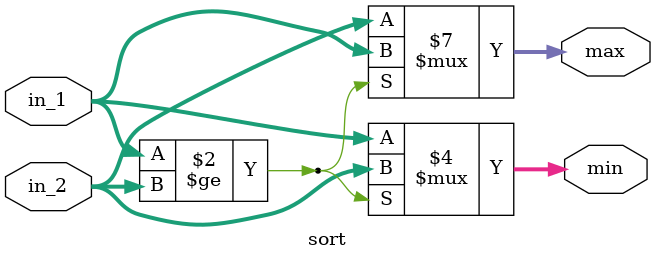
<source format=v>
module top(clk, rst_n, in1, in2, in3, in4, out, in_valid);

    input clk, rst_n;
    input signed [4:0] in1, in2, in3, in4;
    input in_valid;
    output reg signed [4:0] out;

    reg signed[4:0] in1_reg, in2_reg, in3_reg, in4_reg, x1_reg, x2_reg, x3_reg;
    reg in_valid_reg;
    wire signed [4:0] x1, x2, x3, x4;
    wire signed [4:0] n1, n2, n3, n4;
    reg [2:0] cnt;

    // design for counter
    always@(posedge clk or negedge rst_n)begin
        if(!rst_n)begin
            cnt <= 0;
        end
        else if(cnt == 6 || !in_valid)begin
            cnt <= 0;
        end
        else if(in_valid)begin
            cnt <= cnt + 1;
        end
        //else cnt <= cnt;
    end

    always@(posedge clk or negedge rst_n)begin
        if(!rst_n)begin
            in1_reg <= -5'b10000;
            in2_reg <= -5'b10000;
            in3_reg <= -5'b10000;
            in4_reg <= -5'b10000;
        end
        else if(cnt == 0)begin
            in1_reg <= in1;
            in2_reg <= n3;
            in3_reg <= n4;
            in4_reg <= -5'b10000;
        end
        else if(cnt == 1)begin
            in1_reg <= n2;
            in2_reg <= in2;
            in3_reg <= n4;
            in4_reg <= -5'b10000;
        end
        else if(cnt == 2)begin
            in1_reg <= n2;
            in2_reg <= n3;
            in3_reg <= in3;
            in4_reg <= -5'b10000;
        end
        else if(cnt == 3)begin
            in1_reg <= n2;
            in2_reg <= n3;
            in3_reg <= n4;
            in4_reg <= in4;
        end
        else begin
            in1_reg <= n2;
            in2_reg <= n3;
            in3_reg <= n4;
            in4_reg <= -5'b10000;
        end
    end 

    always@(posedge clk or negedge rst_n)begin
        if(!rst_n)begin
            x1_reg <= -5'b10000;
            x2_reg <= -5'b10000;
            x3_reg <= -5'b10000;
            out    <= -5'b10000;
        end
        else begin
            //in_valid_reg <= in_valid;
            x1_reg <= x1;
            x2_reg <= x2;
            x3_reg <= x3;
            out    <= x4;
        end
    end

    sort s1 (.in_1(in1_reg), .in_2(-5'b10000), .max(x1), .min(n1));
    sort s2 (.in_1(in2_reg), .in_2(x1_reg),    .max(x2), .min(n2));
    sort s3 (.in_1(in3_reg), .in_2(x2_reg),    .max(x3), .min(n3));
    sort s4 (.in_1(in4_reg), .in_2(x3_reg),    .max(x4), .min(n4)); 

endmodule

module sort(in_1, in_2, max, min);

    input signed [4:0] in_1, in_2;
    output reg signed [4:0] max, min;

    always@(*)begin
        if(in_1 >= in_2)begin
            max = in_1;
            min = in_2;
        end
        else begin
            max = in_2;
            min = in_1;
        end
    end

endmodule
</source>
